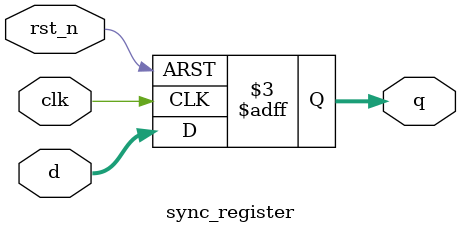
<source format=sv>
module two_flop_sync #(parameter WIDTH = 8) (
    input  wire                clk_dst,
    input  wire                rst_n,
    input  wire [WIDTH-1:0]    data_src,
    output wire [WIDTH-1:0]    data_dst
);

    // Internal signal between synchronizer stages
    wire [WIDTH-1:0] meta_sync_data;

    // Instantiate first stage: meta-stability register
    sync_register #(
        .WIDTH(WIDTH)
    ) u_meta_sync (
        .clk    (clk_dst),
        .rst_n  (rst_n),
        .d      (data_src),
        .q      (meta_sync_data)
    );

    // Instantiate second stage: output register
    sync_register #(
        .WIDTH(WIDTH)
    ) u_output_sync (
        .clk    (clk_dst),
        .rst_n  (rst_n),
        .d      (meta_sync_data),
        .q      (data_dst)
    );

endmodule

// -----------------------------------------------------------------------------
// Module: sync_register
// Description: Single synchronizing register stage with asynchronous reset
// Parameters:
//   - WIDTH: Data bus width
// Purpose: Used as a single D-type flip-flop stage for synchronizer chains
// -----------------------------------------------------------------------------
module sync_register #(parameter WIDTH = 8) (
    input  wire                clk,
    input  wire                rst_n,
    input  wire [WIDTH-1:0]    d,
    output reg  [WIDTH-1:0]    q
);

    always @(posedge clk or negedge rst_n) begin
        if (!rst_n) begin
            q <= {WIDTH{1'b0}};
        end else begin
            q <= d;
        end
    end

endmodule
</source>
